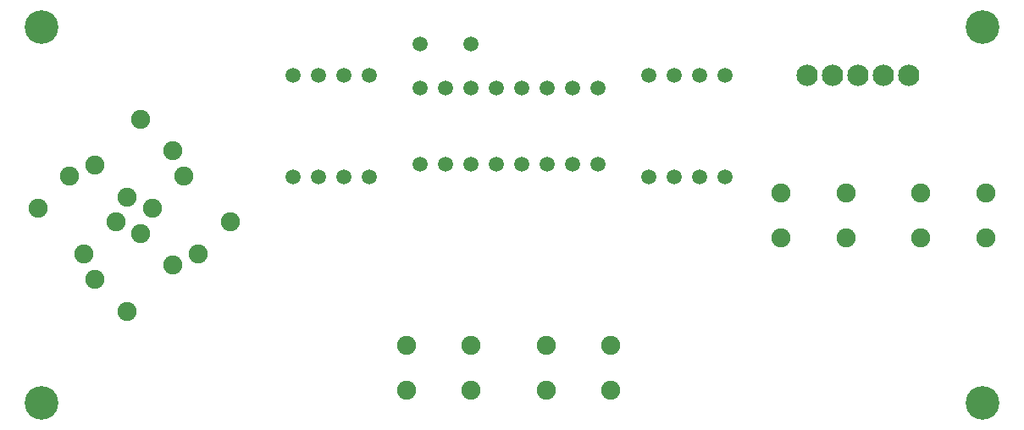
<source format=gts>
G75*
%MOIN*%
%OFA0B0*%
%FSLAX25Y25*%
%IPPOS*%
%LPD*%
%AMOC8*
5,1,8,0,0,1.08239X$1,22.5*
%
%ADD10C,0.13211*%
%ADD11C,0.08400*%
%ADD12C,0.05950*%
%ADD13C,0.07463*%
D10*
X0012000Y0012000D03*
X0012000Y0160000D03*
X0382500Y0160000D03*
X0382500Y0012000D03*
D11*
X0353500Y0141000D03*
X0343500Y0141000D03*
X0333500Y0141000D03*
X0323500Y0141000D03*
X0313500Y0141000D03*
D12*
X0281000Y0141000D03*
X0271000Y0141000D03*
X0261000Y0141000D03*
X0251000Y0141000D03*
X0231000Y0136000D03*
X0221000Y0136000D03*
X0211000Y0136000D03*
X0201000Y0136000D03*
X0191000Y0136000D03*
X0181000Y0136000D03*
X0171000Y0136000D03*
X0161000Y0136000D03*
X0141000Y0141000D03*
X0131000Y0141000D03*
X0121000Y0141000D03*
X0111000Y0141000D03*
X0161000Y0153500D03*
X0181000Y0153500D03*
X0181000Y0106000D03*
X0171000Y0106000D03*
X0161000Y0106000D03*
X0141000Y0101000D03*
X0131000Y0101000D03*
X0121000Y0101000D03*
X0111000Y0101000D03*
X0191000Y0106000D03*
X0201000Y0106000D03*
X0211000Y0106000D03*
X0221000Y0106000D03*
X0231000Y0106000D03*
X0251000Y0101000D03*
X0261000Y0101000D03*
X0271000Y0101000D03*
X0281000Y0101000D03*
D13*
X0303205Y0094858D03*
X0328795Y0094858D03*
X0358205Y0094858D03*
X0383795Y0094858D03*
X0383795Y0077142D03*
X0358205Y0077142D03*
X0328795Y0077142D03*
X0303205Y0077142D03*
X0236295Y0034858D03*
X0210705Y0034858D03*
X0181295Y0034858D03*
X0155705Y0034858D03*
X0155705Y0017142D03*
X0181295Y0017142D03*
X0210705Y0017142D03*
X0236295Y0017142D03*
X0086311Y0083216D03*
X0073784Y0070689D03*
X0063811Y0066284D03*
X0051284Y0078811D03*
X0041311Y0083216D03*
X0055689Y0088784D03*
X0045716Y0093189D03*
X0023216Y0101311D03*
X0033189Y0105716D03*
X0063811Y0111284D03*
X0068216Y0101311D03*
X0051284Y0123811D03*
X0010689Y0088784D03*
X0028784Y0070689D03*
X0033189Y0060716D03*
X0045716Y0048189D03*
M02*

</source>
